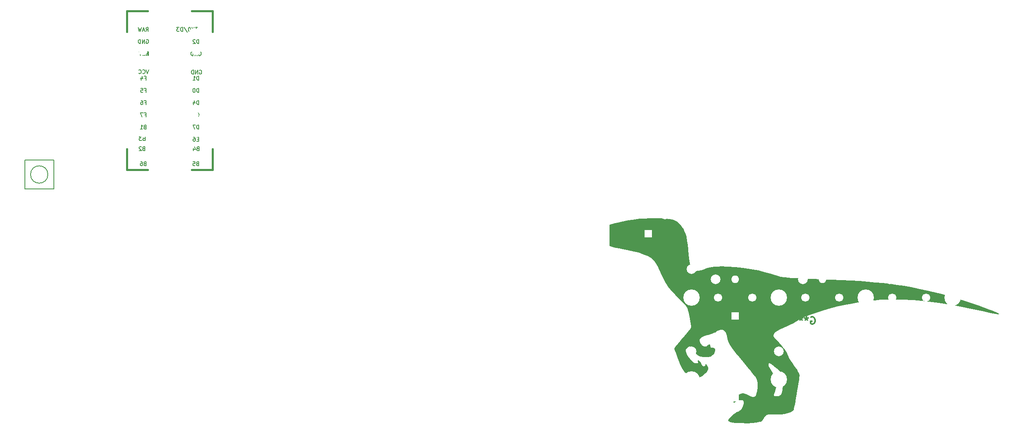
<source format=gbo>
G04 #@! TF.GenerationSoftware,KiCad,Pcbnew,7.0.1*
G04 #@! TF.CreationDate,2023-04-06T13:44:27+02:00*
G04 #@! TF.ProjectId,t-rex,742d7265-782e-46b6-9963-61645f706362,rev?*
G04 #@! TF.SameCoordinates,Original*
G04 #@! TF.FileFunction,Legend,Bot*
G04 #@! TF.FilePolarity,Positive*
%FSLAX46Y46*%
G04 Gerber Fmt 4.6, Leading zero omitted, Abs format (unit mm)*
G04 Created by KiCad (PCBNEW 7.0.1) date 2023-04-06 13:44:27*
%MOMM*%
%LPD*%
G01*
G04 APERTURE LIST*
%ADD10C,0.300000*%
%ADD11C,0.150000*%
%ADD12C,0.381000*%
%ADD13R,1.752600X1.752600*%
%ADD14C,1.752600*%
%ADD15R,1.600000X1.600000*%
%ADD16O,1.600000X1.600000*%
%ADD17C,1.700000*%
%ADD18C,3.400000*%
%ADD19C,2.000000*%
%ADD20R,1.700000X1.700000*%
%ADD21O,1.700000X1.700000*%
%ADD22C,4.400000*%
G04 APERTURE END LIST*
D10*
X212121427Y-89990357D02*
X212264285Y-89918928D01*
X212264285Y-89918928D02*
X212478570Y-89918928D01*
X212478570Y-89918928D02*
X212692856Y-89990357D01*
X212692856Y-89990357D02*
X212835713Y-90133214D01*
X212835713Y-90133214D02*
X212907142Y-90276071D01*
X212907142Y-90276071D02*
X212978570Y-90561785D01*
X212978570Y-90561785D02*
X212978570Y-90776071D01*
X212978570Y-90776071D02*
X212907142Y-91061785D01*
X212907142Y-91061785D02*
X212835713Y-91204642D01*
X212835713Y-91204642D02*
X212692856Y-91347500D01*
X212692856Y-91347500D02*
X212478570Y-91418928D01*
X212478570Y-91418928D02*
X212335713Y-91418928D01*
X212335713Y-91418928D02*
X212121427Y-91347500D01*
X212121427Y-91347500D02*
X212049999Y-91276071D01*
X212049999Y-91276071D02*
X212049999Y-90776071D01*
X212049999Y-90776071D02*
X212335713Y-90776071D01*
X211192856Y-89918928D02*
X211192856Y-90276071D01*
X211549999Y-90133214D02*
X211192856Y-90276071D01*
X211192856Y-90276071D02*
X210835713Y-90133214D01*
X211407142Y-90561785D02*
X211192856Y-90276071D01*
X211192856Y-90276071D02*
X210978570Y-90561785D01*
X210049999Y-89918928D02*
X210049999Y-90276071D01*
X210407142Y-90133214D02*
X210049999Y-90276071D01*
X210049999Y-90276071D02*
X209692856Y-90133214D01*
X210264285Y-90561785D02*
X210049999Y-90276071D01*
X210049999Y-90276071D02*
X209835713Y-90561785D01*
X208907142Y-89918928D02*
X208907142Y-90276071D01*
X209264285Y-90133214D02*
X208907142Y-90276071D01*
X208907142Y-90276071D02*
X208549999Y-90133214D01*
X209121428Y-90561785D02*
X208907142Y-90276071D01*
X208907142Y-90276071D02*
X208692856Y-90561785D01*
D11*
X85112054Y-43186845D02*
X85112054Y-42386845D01*
X85112054Y-42386845D02*
X84921578Y-42386845D01*
X84921578Y-42386845D02*
X84807292Y-42424940D01*
X84807292Y-42424940D02*
X84731102Y-42501130D01*
X84731102Y-42501130D02*
X84693007Y-42577321D01*
X84693007Y-42577321D02*
X84654911Y-42729702D01*
X84654911Y-42729702D02*
X84654911Y-42843988D01*
X84654911Y-42843988D02*
X84693007Y-42996369D01*
X84693007Y-42996369D02*
X84731102Y-43072559D01*
X84731102Y-43072559D02*
X84807292Y-43148750D01*
X84807292Y-43148750D02*
X84921578Y-43186845D01*
X84921578Y-43186845D02*
X85112054Y-43186845D01*
X84159673Y-42386845D02*
X84083483Y-42386845D01*
X84083483Y-42386845D02*
X84007292Y-42424940D01*
X84007292Y-42424940D02*
X83969197Y-42463035D01*
X83969197Y-42463035D02*
X83931102Y-42539226D01*
X83931102Y-42539226D02*
X83893007Y-42691607D01*
X83893007Y-42691607D02*
X83893007Y-42882083D01*
X83893007Y-42882083D02*
X83931102Y-43034464D01*
X83931102Y-43034464D02*
X83969197Y-43110654D01*
X83969197Y-43110654D02*
X84007292Y-43148750D01*
X84007292Y-43148750D02*
X84083483Y-43186845D01*
X84083483Y-43186845D02*
X84159673Y-43186845D01*
X84159673Y-43186845D02*
X84235864Y-43148750D01*
X84235864Y-43148750D02*
X84273959Y-43110654D01*
X84273959Y-43110654D02*
X84312054Y-43034464D01*
X84312054Y-43034464D02*
X84350150Y-42882083D01*
X84350150Y-42882083D02*
X84350150Y-42691607D01*
X84350150Y-42691607D02*
X84312054Y-42539226D01*
X84312054Y-42539226D02*
X84273959Y-42463035D01*
X84273959Y-42463035D02*
X84235864Y-42424940D01*
X84235864Y-42424940D02*
X84159673Y-42386845D01*
X74704345Y-38520495D02*
X74437678Y-39320495D01*
X74437678Y-39320495D02*
X74171012Y-38520495D01*
X73447202Y-39244304D02*
X73485298Y-39282400D01*
X73485298Y-39282400D02*
X73599583Y-39320495D01*
X73599583Y-39320495D02*
X73675774Y-39320495D01*
X73675774Y-39320495D02*
X73790060Y-39282400D01*
X73790060Y-39282400D02*
X73866250Y-39206209D01*
X73866250Y-39206209D02*
X73904345Y-39130019D01*
X73904345Y-39130019D02*
X73942441Y-38977638D01*
X73942441Y-38977638D02*
X73942441Y-38863352D01*
X73942441Y-38863352D02*
X73904345Y-38710971D01*
X73904345Y-38710971D02*
X73866250Y-38634780D01*
X73866250Y-38634780D02*
X73790060Y-38558590D01*
X73790060Y-38558590D02*
X73675774Y-38520495D01*
X73675774Y-38520495D02*
X73599583Y-38520495D01*
X73599583Y-38520495D02*
X73485298Y-38558590D01*
X73485298Y-38558590D02*
X73447202Y-38596685D01*
X72647202Y-39244304D02*
X72685298Y-39282400D01*
X72685298Y-39282400D02*
X72799583Y-39320495D01*
X72799583Y-39320495D02*
X72875774Y-39320495D01*
X72875774Y-39320495D02*
X72990060Y-39282400D01*
X72990060Y-39282400D02*
X73066250Y-39206209D01*
X73066250Y-39206209D02*
X73104345Y-39130019D01*
X73104345Y-39130019D02*
X73142441Y-38977638D01*
X73142441Y-38977638D02*
X73142441Y-38863352D01*
X73142441Y-38863352D02*
X73104345Y-38710971D01*
X73104345Y-38710971D02*
X73066250Y-38634780D01*
X73066250Y-38634780D02*
X72990060Y-38558590D01*
X72990060Y-38558590D02*
X72875774Y-38520495D01*
X72875774Y-38520495D02*
X72799583Y-38520495D01*
X72799583Y-38520495D02*
X72685298Y-38558590D01*
X72685298Y-38558590D02*
X72647202Y-38596685D01*
X73923388Y-58007797D02*
X73809102Y-58045892D01*
X73809102Y-58045892D02*
X73771007Y-58083988D01*
X73771007Y-58083988D02*
X73732911Y-58160178D01*
X73732911Y-58160178D02*
X73732911Y-58274464D01*
X73732911Y-58274464D02*
X73771007Y-58350654D01*
X73771007Y-58350654D02*
X73809102Y-58388750D01*
X73809102Y-58388750D02*
X73885292Y-58426845D01*
X73885292Y-58426845D02*
X74190054Y-58426845D01*
X74190054Y-58426845D02*
X74190054Y-57626845D01*
X74190054Y-57626845D02*
X73923388Y-57626845D01*
X73923388Y-57626845D02*
X73847197Y-57664940D01*
X73847197Y-57664940D02*
X73809102Y-57703035D01*
X73809102Y-57703035D02*
X73771007Y-57779226D01*
X73771007Y-57779226D02*
X73771007Y-57855416D01*
X73771007Y-57855416D02*
X73809102Y-57931607D01*
X73809102Y-57931607D02*
X73847197Y-57969702D01*
X73847197Y-57969702D02*
X73923388Y-58007797D01*
X73923388Y-58007797D02*
X74190054Y-58007797D01*
X73047197Y-57626845D02*
X73199578Y-57626845D01*
X73199578Y-57626845D02*
X73275769Y-57664940D01*
X73275769Y-57664940D02*
X73313864Y-57703035D01*
X73313864Y-57703035D02*
X73390054Y-57817321D01*
X73390054Y-57817321D02*
X73428150Y-57969702D01*
X73428150Y-57969702D02*
X73428150Y-58274464D01*
X73428150Y-58274464D02*
X73390054Y-58350654D01*
X73390054Y-58350654D02*
X73351959Y-58388750D01*
X73351959Y-58388750D02*
X73275769Y-58426845D01*
X73275769Y-58426845D02*
X73123388Y-58426845D01*
X73123388Y-58426845D02*
X73047197Y-58388750D01*
X73047197Y-58388750D02*
X73009102Y-58350654D01*
X73009102Y-58350654D02*
X72971007Y-58274464D01*
X72971007Y-58274464D02*
X72971007Y-58083988D01*
X72971007Y-58083988D02*
X73009102Y-58007797D01*
X73009102Y-58007797D02*
X73047197Y-57969702D01*
X73047197Y-57969702D02*
X73123388Y-57931607D01*
X73123388Y-57931607D02*
X73275769Y-57931607D01*
X73275769Y-57931607D02*
X73351959Y-57969702D01*
X73351959Y-57969702D02*
X73390054Y-58007797D01*
X73390054Y-58007797D02*
X73428150Y-58083988D01*
X84883488Y-54903447D02*
X84769202Y-54941542D01*
X84769202Y-54941542D02*
X84731107Y-54979638D01*
X84731107Y-54979638D02*
X84693011Y-55055828D01*
X84693011Y-55055828D02*
X84693011Y-55170114D01*
X84693011Y-55170114D02*
X84731107Y-55246304D01*
X84731107Y-55246304D02*
X84769202Y-55284400D01*
X84769202Y-55284400D02*
X84845392Y-55322495D01*
X84845392Y-55322495D02*
X85150154Y-55322495D01*
X85150154Y-55322495D02*
X85150154Y-54522495D01*
X85150154Y-54522495D02*
X84883488Y-54522495D01*
X84883488Y-54522495D02*
X84807297Y-54560590D01*
X84807297Y-54560590D02*
X84769202Y-54598685D01*
X84769202Y-54598685D02*
X84731107Y-54674876D01*
X84731107Y-54674876D02*
X84731107Y-54751066D01*
X84731107Y-54751066D02*
X84769202Y-54827257D01*
X84769202Y-54827257D02*
X84807297Y-54865352D01*
X84807297Y-54865352D02*
X84883488Y-54903447D01*
X84883488Y-54903447D02*
X85150154Y-54903447D01*
X84007297Y-54789161D02*
X84007297Y-55322495D01*
X84197773Y-54484400D02*
X84388250Y-55055828D01*
X84388250Y-55055828D02*
X83893011Y-55055828D01*
X73860792Y-35498750D02*
X73746506Y-35536845D01*
X73746506Y-35536845D02*
X73556030Y-35536845D01*
X73556030Y-35536845D02*
X73479839Y-35498750D01*
X73479839Y-35498750D02*
X73441744Y-35460654D01*
X73441744Y-35460654D02*
X73403649Y-35384464D01*
X73403649Y-35384464D02*
X73403649Y-35308273D01*
X73403649Y-35308273D02*
X73441744Y-35232083D01*
X73441744Y-35232083D02*
X73479839Y-35193988D01*
X73479839Y-35193988D02*
X73556030Y-35155892D01*
X73556030Y-35155892D02*
X73708411Y-35117797D01*
X73708411Y-35117797D02*
X73784601Y-35079702D01*
X73784601Y-35079702D02*
X73822696Y-35041607D01*
X73822696Y-35041607D02*
X73860792Y-34965416D01*
X73860792Y-34965416D02*
X73860792Y-34889226D01*
X73860792Y-34889226D02*
X73822696Y-34813035D01*
X73822696Y-34813035D02*
X73784601Y-34774940D01*
X73784601Y-34774940D02*
X73708411Y-34736845D01*
X73708411Y-34736845D02*
X73517934Y-34736845D01*
X73517934Y-34736845D02*
X73403649Y-34774940D01*
X73175077Y-34736845D02*
X72717934Y-34736845D01*
X72946506Y-35536845D02*
X72946506Y-34736845D01*
X73866245Y-40227797D02*
X74132911Y-40227797D01*
X74132911Y-40646845D02*
X74132911Y-39846845D01*
X74132911Y-39846845D02*
X73751959Y-39846845D01*
X73104340Y-40113511D02*
X73104340Y-40646845D01*
X73294816Y-39808750D02*
X73485293Y-40380178D01*
X73485293Y-40380178D02*
X72990054Y-40380178D01*
X84845388Y-58007797D02*
X84731102Y-58045892D01*
X84731102Y-58045892D02*
X84693007Y-58083988D01*
X84693007Y-58083988D02*
X84654911Y-58160178D01*
X84654911Y-58160178D02*
X84654911Y-58274464D01*
X84654911Y-58274464D02*
X84693007Y-58350654D01*
X84693007Y-58350654D02*
X84731102Y-58388750D01*
X84731102Y-58388750D02*
X84807292Y-58426845D01*
X84807292Y-58426845D02*
X85112054Y-58426845D01*
X85112054Y-58426845D02*
X85112054Y-57626845D01*
X85112054Y-57626845D02*
X84845388Y-57626845D01*
X84845388Y-57626845D02*
X84769197Y-57664940D01*
X84769197Y-57664940D02*
X84731102Y-57703035D01*
X84731102Y-57703035D02*
X84693007Y-57779226D01*
X84693007Y-57779226D02*
X84693007Y-57855416D01*
X84693007Y-57855416D02*
X84731102Y-57931607D01*
X84731102Y-57931607D02*
X84769197Y-57969702D01*
X84769197Y-57969702D02*
X84845388Y-58007797D01*
X84845388Y-58007797D02*
X85112054Y-58007797D01*
X83931102Y-57626845D02*
X84312054Y-57626845D01*
X84312054Y-57626845D02*
X84350150Y-58007797D01*
X84350150Y-58007797D02*
X84312054Y-57969702D01*
X84312054Y-57969702D02*
X84235864Y-57931607D01*
X84235864Y-57931607D02*
X84045388Y-57931607D01*
X84045388Y-57931607D02*
X83969197Y-57969702D01*
X83969197Y-57969702D02*
X83931102Y-58007797D01*
X83931102Y-58007797D02*
X83893007Y-58083988D01*
X83893007Y-58083988D02*
X83893007Y-58274464D01*
X83893007Y-58274464D02*
X83931102Y-58350654D01*
X83931102Y-58350654D02*
X83969197Y-58388750D01*
X83969197Y-58388750D02*
X84045388Y-58426845D01*
X84045388Y-58426845D02*
X84235864Y-58426845D01*
X84235864Y-58426845D02*
X84312054Y-58388750D01*
X84312054Y-58388750D02*
X84350150Y-58350654D01*
X85131102Y-34804940D02*
X85207292Y-34766845D01*
X85207292Y-34766845D02*
X85321578Y-34766845D01*
X85321578Y-34766845D02*
X85435864Y-34804940D01*
X85435864Y-34804940D02*
X85512054Y-34881130D01*
X85512054Y-34881130D02*
X85550149Y-34957321D01*
X85550149Y-34957321D02*
X85588245Y-35109702D01*
X85588245Y-35109702D02*
X85588245Y-35223988D01*
X85588245Y-35223988D02*
X85550149Y-35376369D01*
X85550149Y-35376369D02*
X85512054Y-35452559D01*
X85512054Y-35452559D02*
X85435864Y-35528750D01*
X85435864Y-35528750D02*
X85321578Y-35566845D01*
X85321578Y-35566845D02*
X85245387Y-35566845D01*
X85245387Y-35566845D02*
X85131102Y-35528750D01*
X85131102Y-35528750D02*
X85093006Y-35490654D01*
X85093006Y-35490654D02*
X85093006Y-35223988D01*
X85093006Y-35223988D02*
X85245387Y-35223988D01*
X84750149Y-35566845D02*
X84750149Y-34766845D01*
X84750149Y-34766845D02*
X84293006Y-35566845D01*
X84293006Y-35566845D02*
X84293006Y-34766845D01*
X83912054Y-35566845D02*
X83912054Y-34766845D01*
X83912054Y-34766845D02*
X83721578Y-34766845D01*
X83721578Y-34766845D02*
X83607292Y-34804940D01*
X83607292Y-34804940D02*
X83531102Y-34881130D01*
X83531102Y-34881130D02*
X83493007Y-34957321D01*
X83493007Y-34957321D02*
X83454911Y-35109702D01*
X83454911Y-35109702D02*
X83454911Y-35223988D01*
X83454911Y-35223988D02*
X83493007Y-35376369D01*
X83493007Y-35376369D02*
X83531102Y-35452559D01*
X83531102Y-35452559D02*
X83607292Y-35528750D01*
X83607292Y-35528750D02*
X83721578Y-35566845D01*
X83721578Y-35566845D02*
X83912054Y-35566845D01*
X85250102Y-38644940D02*
X85326292Y-38606845D01*
X85326292Y-38606845D02*
X85440578Y-38606845D01*
X85440578Y-38606845D02*
X85554864Y-38644940D01*
X85554864Y-38644940D02*
X85631054Y-38721130D01*
X85631054Y-38721130D02*
X85669149Y-38797321D01*
X85669149Y-38797321D02*
X85707245Y-38949702D01*
X85707245Y-38949702D02*
X85707245Y-39063988D01*
X85707245Y-39063988D02*
X85669149Y-39216369D01*
X85669149Y-39216369D02*
X85631054Y-39292559D01*
X85631054Y-39292559D02*
X85554864Y-39368750D01*
X85554864Y-39368750D02*
X85440578Y-39406845D01*
X85440578Y-39406845D02*
X85364387Y-39406845D01*
X85364387Y-39406845D02*
X85250102Y-39368750D01*
X85250102Y-39368750D02*
X85212006Y-39330654D01*
X85212006Y-39330654D02*
X85212006Y-39063988D01*
X85212006Y-39063988D02*
X85364387Y-39063988D01*
X84869149Y-39406845D02*
X84869149Y-38606845D01*
X84869149Y-38606845D02*
X84412006Y-39406845D01*
X84412006Y-39406845D02*
X84412006Y-38606845D01*
X84031054Y-39406845D02*
X84031054Y-38606845D01*
X84031054Y-38606845D02*
X83840578Y-38606845D01*
X83840578Y-38606845D02*
X83726292Y-38644940D01*
X83726292Y-38644940D02*
X83650102Y-38721130D01*
X83650102Y-38721130D02*
X83612007Y-38797321D01*
X83612007Y-38797321D02*
X83573911Y-38949702D01*
X83573911Y-38949702D02*
X83573911Y-39063988D01*
X83573911Y-39063988D02*
X83612007Y-39216369D01*
X83612007Y-39216369D02*
X83650102Y-39292559D01*
X83650102Y-39292559D02*
X83726292Y-39368750D01*
X83726292Y-39368750D02*
X83840578Y-39406845D01*
X83840578Y-39406845D02*
X84031054Y-39406845D01*
X73866245Y-45307797D02*
X74132911Y-45307797D01*
X74132911Y-45726845D02*
X74132911Y-44926845D01*
X74132911Y-44926845D02*
X73751959Y-44926845D01*
X73104340Y-44926845D02*
X73256721Y-44926845D01*
X73256721Y-44926845D02*
X73332912Y-44964940D01*
X73332912Y-44964940D02*
X73371007Y-45003035D01*
X73371007Y-45003035D02*
X73447197Y-45117321D01*
X73447197Y-45117321D02*
X73485293Y-45269702D01*
X73485293Y-45269702D02*
X73485293Y-45574464D01*
X73485293Y-45574464D02*
X73447197Y-45650654D01*
X73447197Y-45650654D02*
X73409102Y-45688750D01*
X73409102Y-45688750D02*
X73332912Y-45726845D01*
X73332912Y-45726845D02*
X73180531Y-45726845D01*
X73180531Y-45726845D02*
X73104340Y-45688750D01*
X73104340Y-45688750D02*
X73066245Y-45650654D01*
X73066245Y-45650654D02*
X73028150Y-45574464D01*
X73028150Y-45574464D02*
X73028150Y-45383988D01*
X73028150Y-45383988D02*
X73066245Y-45307797D01*
X73066245Y-45307797D02*
X73104340Y-45269702D01*
X73104340Y-45269702D02*
X73180531Y-45231607D01*
X73180531Y-45231607D02*
X73332912Y-45231607D01*
X73332912Y-45231607D02*
X73409102Y-45269702D01*
X73409102Y-45269702D02*
X73447197Y-45307797D01*
X73447197Y-45307797D02*
X73485293Y-45383988D01*
X73656688Y-54903447D02*
X73542402Y-54941542D01*
X73542402Y-54941542D02*
X73504307Y-54979638D01*
X73504307Y-54979638D02*
X73466211Y-55055828D01*
X73466211Y-55055828D02*
X73466211Y-55170114D01*
X73466211Y-55170114D02*
X73504307Y-55246304D01*
X73504307Y-55246304D02*
X73542402Y-55284400D01*
X73542402Y-55284400D02*
X73618592Y-55322495D01*
X73618592Y-55322495D02*
X73923354Y-55322495D01*
X73923354Y-55322495D02*
X73923354Y-54522495D01*
X73923354Y-54522495D02*
X73656688Y-54522495D01*
X73656688Y-54522495D02*
X73580497Y-54560590D01*
X73580497Y-54560590D02*
X73542402Y-54598685D01*
X73542402Y-54598685D02*
X73504307Y-54674876D01*
X73504307Y-54674876D02*
X73504307Y-54751066D01*
X73504307Y-54751066D02*
X73542402Y-54827257D01*
X73542402Y-54827257D02*
X73580497Y-54865352D01*
X73580497Y-54865352D02*
X73656688Y-54903447D01*
X73656688Y-54903447D02*
X73923354Y-54903447D01*
X73161450Y-54598685D02*
X73123354Y-54560590D01*
X73123354Y-54560590D02*
X73047164Y-54522495D01*
X73047164Y-54522495D02*
X72856688Y-54522495D01*
X72856688Y-54522495D02*
X72780497Y-54560590D01*
X72780497Y-54560590D02*
X72742402Y-54598685D01*
X72742402Y-54598685D02*
X72704307Y-54674876D01*
X72704307Y-54674876D02*
X72704307Y-54751066D01*
X72704307Y-54751066D02*
X72742402Y-54865352D01*
X72742402Y-54865352D02*
X73199545Y-55322495D01*
X73199545Y-55322495D02*
X72704307Y-55322495D01*
X85112054Y-33026845D02*
X85112054Y-32226845D01*
X85112054Y-32226845D02*
X84921578Y-32226845D01*
X84921578Y-32226845D02*
X84807292Y-32264940D01*
X84807292Y-32264940D02*
X84731102Y-32341130D01*
X84731102Y-32341130D02*
X84693007Y-32417321D01*
X84693007Y-32417321D02*
X84654911Y-32569702D01*
X84654911Y-32569702D02*
X84654911Y-32683988D01*
X84654911Y-32683988D02*
X84693007Y-32836369D01*
X84693007Y-32836369D02*
X84731102Y-32912559D01*
X84731102Y-32912559D02*
X84807292Y-32988750D01*
X84807292Y-32988750D02*
X84921578Y-33026845D01*
X84921578Y-33026845D02*
X85112054Y-33026845D01*
X84350150Y-32303035D02*
X84312054Y-32264940D01*
X84312054Y-32264940D02*
X84235864Y-32226845D01*
X84235864Y-32226845D02*
X84045388Y-32226845D01*
X84045388Y-32226845D02*
X83969197Y-32264940D01*
X83969197Y-32264940D02*
X83931102Y-32303035D01*
X83931102Y-32303035D02*
X83893007Y-32379226D01*
X83893007Y-32379226D02*
X83893007Y-32455416D01*
X83893007Y-32455416D02*
X83931102Y-32569702D01*
X83931102Y-32569702D02*
X84388245Y-33026845D01*
X84388245Y-33026845D02*
X83893007Y-33026845D01*
X74151959Y-30486845D02*
X74418626Y-30105892D01*
X74609102Y-30486845D02*
X74609102Y-29686845D01*
X74609102Y-29686845D02*
X74304340Y-29686845D01*
X74304340Y-29686845D02*
X74228150Y-29724940D01*
X74228150Y-29724940D02*
X74190055Y-29763035D01*
X74190055Y-29763035D02*
X74151959Y-29839226D01*
X74151959Y-29839226D02*
X74151959Y-29953511D01*
X74151959Y-29953511D02*
X74190055Y-30029702D01*
X74190055Y-30029702D02*
X74228150Y-30067797D01*
X74228150Y-30067797D02*
X74304340Y-30105892D01*
X74304340Y-30105892D02*
X74609102Y-30105892D01*
X73847198Y-30258273D02*
X73466245Y-30258273D01*
X73923388Y-30486845D02*
X73656721Y-29686845D01*
X73656721Y-29686845D02*
X73390055Y-30486845D01*
X73199579Y-29686845D02*
X73009103Y-30486845D01*
X73009103Y-30486845D02*
X72856722Y-29915416D01*
X72856722Y-29915416D02*
X72704341Y-30486845D01*
X72704341Y-30486845D02*
X72513865Y-29686845D01*
X73707488Y-52820647D02*
X73593202Y-52858742D01*
X73593202Y-52858742D02*
X73555107Y-52896838D01*
X73555107Y-52896838D02*
X73517011Y-52973028D01*
X73517011Y-52973028D02*
X73517011Y-53087314D01*
X73517011Y-53087314D02*
X73555107Y-53163504D01*
X73555107Y-53163504D02*
X73593202Y-53201600D01*
X73593202Y-53201600D02*
X73669392Y-53239695D01*
X73669392Y-53239695D02*
X73974154Y-53239695D01*
X73974154Y-53239695D02*
X73974154Y-52439695D01*
X73974154Y-52439695D02*
X73707488Y-52439695D01*
X73707488Y-52439695D02*
X73631297Y-52477790D01*
X73631297Y-52477790D02*
X73593202Y-52515885D01*
X73593202Y-52515885D02*
X73555107Y-52592076D01*
X73555107Y-52592076D02*
X73555107Y-52668266D01*
X73555107Y-52668266D02*
X73593202Y-52744457D01*
X73593202Y-52744457D02*
X73631297Y-52782552D01*
X73631297Y-52782552D02*
X73707488Y-52820647D01*
X73707488Y-52820647D02*
X73974154Y-52820647D01*
X73250345Y-52439695D02*
X72755107Y-52439695D01*
X72755107Y-52439695D02*
X73021773Y-52744457D01*
X73021773Y-52744457D02*
X72907488Y-52744457D01*
X72907488Y-52744457D02*
X72831297Y-52782552D01*
X72831297Y-52782552D02*
X72793202Y-52820647D01*
X72793202Y-52820647D02*
X72755107Y-52896838D01*
X72755107Y-52896838D02*
X72755107Y-53087314D01*
X72755107Y-53087314D02*
X72793202Y-53163504D01*
X72793202Y-53163504D02*
X72831297Y-53201600D01*
X72831297Y-53201600D02*
X72907488Y-53239695D01*
X72907488Y-53239695D02*
X73136059Y-53239695D01*
X73136059Y-53239695D02*
X73212250Y-53201600D01*
X73212250Y-53201600D02*
X73250345Y-53163504D01*
X85073959Y-52927797D02*
X84807293Y-52927797D01*
X84693007Y-53346845D02*
X85073959Y-53346845D01*
X85073959Y-53346845D02*
X85073959Y-52546845D01*
X85073959Y-52546845D02*
X84693007Y-52546845D01*
X84007292Y-52546845D02*
X84159673Y-52546845D01*
X84159673Y-52546845D02*
X84235864Y-52584940D01*
X84235864Y-52584940D02*
X84273959Y-52623035D01*
X84273959Y-52623035D02*
X84350149Y-52737321D01*
X84350149Y-52737321D02*
X84388245Y-52889702D01*
X84388245Y-52889702D02*
X84388245Y-53194464D01*
X84388245Y-53194464D02*
X84350149Y-53270654D01*
X84350149Y-53270654D02*
X84312054Y-53308750D01*
X84312054Y-53308750D02*
X84235864Y-53346845D01*
X84235864Y-53346845D02*
X84083483Y-53346845D01*
X84083483Y-53346845D02*
X84007292Y-53308750D01*
X84007292Y-53308750D02*
X83969197Y-53270654D01*
X83969197Y-53270654D02*
X83931102Y-53194464D01*
X83931102Y-53194464D02*
X83931102Y-53003988D01*
X83931102Y-53003988D02*
X83969197Y-52927797D01*
X83969197Y-52927797D02*
X84007292Y-52889702D01*
X84007292Y-52889702D02*
X84083483Y-52851607D01*
X84083483Y-52851607D02*
X84235864Y-52851607D01*
X84235864Y-52851607D02*
X84312054Y-52889702D01*
X84312054Y-52889702D02*
X84350149Y-52927797D01*
X84350149Y-52927797D02*
X84388245Y-53003988D01*
X85112054Y-50806845D02*
X85112054Y-50006845D01*
X85112054Y-50006845D02*
X84921578Y-50006845D01*
X84921578Y-50006845D02*
X84807292Y-50044940D01*
X84807292Y-50044940D02*
X84731102Y-50121130D01*
X84731102Y-50121130D02*
X84693007Y-50197321D01*
X84693007Y-50197321D02*
X84654911Y-50349702D01*
X84654911Y-50349702D02*
X84654911Y-50463988D01*
X84654911Y-50463988D02*
X84693007Y-50616369D01*
X84693007Y-50616369D02*
X84731102Y-50692559D01*
X84731102Y-50692559D02*
X84807292Y-50768750D01*
X84807292Y-50768750D02*
X84921578Y-50806845D01*
X84921578Y-50806845D02*
X85112054Y-50806845D01*
X84388245Y-50006845D02*
X83854911Y-50006845D01*
X83854911Y-50006845D02*
X84197769Y-50806845D01*
X84654911Y-48190654D02*
X84693007Y-48228750D01*
X84693007Y-48228750D02*
X84807292Y-48266845D01*
X84807292Y-48266845D02*
X84883483Y-48266845D01*
X84883483Y-48266845D02*
X84997769Y-48228750D01*
X84997769Y-48228750D02*
X85073959Y-48152559D01*
X85073959Y-48152559D02*
X85112054Y-48076369D01*
X85112054Y-48076369D02*
X85150150Y-47923988D01*
X85150150Y-47923988D02*
X85150150Y-47809702D01*
X85150150Y-47809702D02*
X85112054Y-47657321D01*
X85112054Y-47657321D02*
X85073959Y-47581130D01*
X85073959Y-47581130D02*
X84997769Y-47504940D01*
X84997769Y-47504940D02*
X84883483Y-47466845D01*
X84883483Y-47466845D02*
X84807292Y-47466845D01*
X84807292Y-47466845D02*
X84693007Y-47504940D01*
X84693007Y-47504940D02*
X84654911Y-47543035D01*
X83969197Y-47466845D02*
X84121578Y-47466845D01*
X84121578Y-47466845D02*
X84197769Y-47504940D01*
X84197769Y-47504940D02*
X84235864Y-47543035D01*
X84235864Y-47543035D02*
X84312054Y-47657321D01*
X84312054Y-47657321D02*
X84350150Y-47809702D01*
X84350150Y-47809702D02*
X84350150Y-48114464D01*
X84350150Y-48114464D02*
X84312054Y-48190654D01*
X84312054Y-48190654D02*
X84273959Y-48228750D01*
X84273959Y-48228750D02*
X84197769Y-48266845D01*
X84197769Y-48266845D02*
X84045388Y-48266845D01*
X84045388Y-48266845D02*
X83969197Y-48228750D01*
X83969197Y-48228750D02*
X83931102Y-48190654D01*
X83931102Y-48190654D02*
X83893007Y-48114464D01*
X83893007Y-48114464D02*
X83893007Y-47923988D01*
X83893007Y-47923988D02*
X83931102Y-47847797D01*
X83931102Y-47847797D02*
X83969197Y-47809702D01*
X83969197Y-47809702D02*
X84045388Y-47771607D01*
X84045388Y-47771607D02*
X84197769Y-47771607D01*
X84197769Y-47771607D02*
X84273959Y-47809702D01*
X84273959Y-47809702D02*
X84312054Y-47847797D01*
X84312054Y-47847797D02*
X84350150Y-47923988D01*
X84822927Y-29686845D02*
X84365784Y-29686845D01*
X84594356Y-30486845D02*
X84594356Y-29686845D01*
X84175308Y-29686845D02*
X83641974Y-30486845D01*
X83641974Y-29686845D02*
X84175308Y-30486845D01*
X83184831Y-29686845D02*
X83108641Y-29686845D01*
X83108641Y-29686845D02*
X83032450Y-29724940D01*
X83032450Y-29724940D02*
X82994355Y-29763035D01*
X82994355Y-29763035D02*
X82956260Y-29839226D01*
X82956260Y-29839226D02*
X82918165Y-29991607D01*
X82918165Y-29991607D02*
X82918165Y-30182083D01*
X82918165Y-30182083D02*
X82956260Y-30334464D01*
X82956260Y-30334464D02*
X82994355Y-30410654D01*
X82994355Y-30410654D02*
X83032450Y-30448750D01*
X83032450Y-30448750D02*
X83108641Y-30486845D01*
X83108641Y-30486845D02*
X83184831Y-30486845D01*
X83184831Y-30486845D02*
X83261022Y-30448750D01*
X83261022Y-30448750D02*
X83299117Y-30410654D01*
X83299117Y-30410654D02*
X83337212Y-30334464D01*
X83337212Y-30334464D02*
X83375308Y-30182083D01*
X83375308Y-30182083D02*
X83375308Y-29991607D01*
X83375308Y-29991607D02*
X83337212Y-29839226D01*
X83337212Y-29839226D02*
X83299117Y-29763035D01*
X83299117Y-29763035D02*
X83261022Y-29724940D01*
X83261022Y-29724940D02*
X83184831Y-29686845D01*
X82003879Y-29648750D02*
X82689593Y-30677321D01*
X81737212Y-30486845D02*
X81737212Y-29686845D01*
X81737212Y-29686845D02*
X81546736Y-29686845D01*
X81546736Y-29686845D02*
X81432450Y-29724940D01*
X81432450Y-29724940D02*
X81356260Y-29801130D01*
X81356260Y-29801130D02*
X81318165Y-29877321D01*
X81318165Y-29877321D02*
X81280069Y-30029702D01*
X81280069Y-30029702D02*
X81280069Y-30143988D01*
X81280069Y-30143988D02*
X81318165Y-30296369D01*
X81318165Y-30296369D02*
X81356260Y-30372559D01*
X81356260Y-30372559D02*
X81432450Y-30448750D01*
X81432450Y-30448750D02*
X81546736Y-30486845D01*
X81546736Y-30486845D02*
X81737212Y-30486845D01*
X81013403Y-29686845D02*
X80518165Y-29686845D01*
X80518165Y-29686845D02*
X80784831Y-29991607D01*
X80784831Y-29991607D02*
X80670546Y-29991607D01*
X80670546Y-29991607D02*
X80594355Y-30029702D01*
X80594355Y-30029702D02*
X80556260Y-30067797D01*
X80556260Y-30067797D02*
X80518165Y-30143988D01*
X80518165Y-30143988D02*
X80518165Y-30334464D01*
X80518165Y-30334464D02*
X80556260Y-30410654D01*
X80556260Y-30410654D02*
X80594355Y-30448750D01*
X80594355Y-30448750D02*
X80670546Y-30486845D01*
X80670546Y-30486845D02*
X80899117Y-30486845D01*
X80899117Y-30486845D02*
X80975308Y-30448750D01*
X80975308Y-30448750D02*
X81013403Y-30410654D01*
X73866245Y-42767797D02*
X74132911Y-42767797D01*
X74132911Y-43186845D02*
X74132911Y-42386845D01*
X74132911Y-42386845D02*
X73751959Y-42386845D01*
X73066245Y-42386845D02*
X73447197Y-42386845D01*
X73447197Y-42386845D02*
X73485293Y-42767797D01*
X73485293Y-42767797D02*
X73447197Y-42729702D01*
X73447197Y-42729702D02*
X73371007Y-42691607D01*
X73371007Y-42691607D02*
X73180531Y-42691607D01*
X73180531Y-42691607D02*
X73104340Y-42729702D01*
X73104340Y-42729702D02*
X73066245Y-42767797D01*
X73066245Y-42767797D02*
X73028150Y-42843988D01*
X73028150Y-42843988D02*
X73028150Y-43034464D01*
X73028150Y-43034464D02*
X73066245Y-43110654D01*
X73066245Y-43110654D02*
X73104340Y-43148750D01*
X73104340Y-43148750D02*
X73180531Y-43186845D01*
X73180531Y-43186845D02*
X73371007Y-43186845D01*
X73371007Y-43186845D02*
X73447197Y-43148750D01*
X73447197Y-43148750D02*
X73485293Y-43110654D01*
X85112054Y-40646845D02*
X85112054Y-39846845D01*
X85112054Y-39846845D02*
X84921578Y-39846845D01*
X84921578Y-39846845D02*
X84807292Y-39884940D01*
X84807292Y-39884940D02*
X84731102Y-39961130D01*
X84731102Y-39961130D02*
X84693007Y-40037321D01*
X84693007Y-40037321D02*
X84654911Y-40189702D01*
X84654911Y-40189702D02*
X84654911Y-40303988D01*
X84654911Y-40303988D02*
X84693007Y-40456369D01*
X84693007Y-40456369D02*
X84731102Y-40532559D01*
X84731102Y-40532559D02*
X84807292Y-40608750D01*
X84807292Y-40608750D02*
X84921578Y-40646845D01*
X84921578Y-40646845D02*
X85112054Y-40646845D01*
X83893007Y-40646845D02*
X84350150Y-40646845D01*
X84121578Y-40646845D02*
X84121578Y-39846845D01*
X84121578Y-39846845D02*
X84197769Y-39961130D01*
X84197769Y-39961130D02*
X84273959Y-40037321D01*
X84273959Y-40037321D02*
X84350150Y-40075416D01*
X85112054Y-45726845D02*
X85112054Y-44926845D01*
X85112054Y-44926845D02*
X84921578Y-44926845D01*
X84921578Y-44926845D02*
X84807292Y-44964940D01*
X84807292Y-44964940D02*
X84731102Y-45041130D01*
X84731102Y-45041130D02*
X84693007Y-45117321D01*
X84693007Y-45117321D02*
X84654911Y-45269702D01*
X84654911Y-45269702D02*
X84654911Y-45383988D01*
X84654911Y-45383988D02*
X84693007Y-45536369D01*
X84693007Y-45536369D02*
X84731102Y-45612559D01*
X84731102Y-45612559D02*
X84807292Y-45688750D01*
X84807292Y-45688750D02*
X84921578Y-45726845D01*
X84921578Y-45726845D02*
X85112054Y-45726845D01*
X83969197Y-45193511D02*
X83969197Y-45726845D01*
X84159673Y-44888750D02*
X84350150Y-45460178D01*
X84350150Y-45460178D02*
X83854911Y-45460178D01*
X73866245Y-47847797D02*
X74132911Y-47847797D01*
X74132911Y-48266845D02*
X74132911Y-47466845D01*
X74132911Y-47466845D02*
X73751959Y-47466845D01*
X73523388Y-47466845D02*
X72990054Y-47466845D01*
X72990054Y-47466845D02*
X73332912Y-48266845D01*
X74209102Y-32264940D02*
X74285292Y-32226845D01*
X74285292Y-32226845D02*
X74399578Y-32226845D01*
X74399578Y-32226845D02*
X74513864Y-32264940D01*
X74513864Y-32264940D02*
X74590054Y-32341130D01*
X74590054Y-32341130D02*
X74628149Y-32417321D01*
X74628149Y-32417321D02*
X74666245Y-32569702D01*
X74666245Y-32569702D02*
X74666245Y-32683988D01*
X74666245Y-32683988D02*
X74628149Y-32836369D01*
X74628149Y-32836369D02*
X74590054Y-32912559D01*
X74590054Y-32912559D02*
X74513864Y-32988750D01*
X74513864Y-32988750D02*
X74399578Y-33026845D01*
X74399578Y-33026845D02*
X74323387Y-33026845D01*
X74323387Y-33026845D02*
X74209102Y-32988750D01*
X74209102Y-32988750D02*
X74171006Y-32950654D01*
X74171006Y-32950654D02*
X74171006Y-32683988D01*
X74171006Y-32683988D02*
X74323387Y-32683988D01*
X73828149Y-33026845D02*
X73828149Y-32226845D01*
X73828149Y-32226845D02*
X73371006Y-33026845D01*
X73371006Y-33026845D02*
X73371006Y-32226845D01*
X72990054Y-33026845D02*
X72990054Y-32226845D01*
X72990054Y-32226845D02*
X72799578Y-32226845D01*
X72799578Y-32226845D02*
X72685292Y-32264940D01*
X72685292Y-32264940D02*
X72609102Y-32341130D01*
X72609102Y-32341130D02*
X72571007Y-32417321D01*
X72571007Y-32417321D02*
X72532911Y-32569702D01*
X72532911Y-32569702D02*
X72532911Y-32683988D01*
X72532911Y-32683988D02*
X72571007Y-32836369D01*
X72571007Y-32836369D02*
X72609102Y-32912559D01*
X72609102Y-32912559D02*
X72685292Y-32988750D01*
X72685292Y-32988750D02*
X72799578Y-33026845D01*
X72799578Y-33026845D02*
X72990054Y-33026845D01*
X73923388Y-50387797D02*
X73809102Y-50425892D01*
X73809102Y-50425892D02*
X73771007Y-50463988D01*
X73771007Y-50463988D02*
X73732911Y-50540178D01*
X73732911Y-50540178D02*
X73732911Y-50654464D01*
X73732911Y-50654464D02*
X73771007Y-50730654D01*
X73771007Y-50730654D02*
X73809102Y-50768750D01*
X73809102Y-50768750D02*
X73885292Y-50806845D01*
X73885292Y-50806845D02*
X74190054Y-50806845D01*
X74190054Y-50806845D02*
X74190054Y-50006845D01*
X74190054Y-50006845D02*
X73923388Y-50006845D01*
X73923388Y-50006845D02*
X73847197Y-50044940D01*
X73847197Y-50044940D02*
X73809102Y-50083035D01*
X73809102Y-50083035D02*
X73771007Y-50159226D01*
X73771007Y-50159226D02*
X73771007Y-50235416D01*
X73771007Y-50235416D02*
X73809102Y-50311607D01*
X73809102Y-50311607D02*
X73847197Y-50349702D01*
X73847197Y-50349702D02*
X73923388Y-50387797D01*
X73923388Y-50387797D02*
X74190054Y-50387797D01*
X72971007Y-50806845D02*
X73428150Y-50806845D01*
X73199578Y-50806845D02*
X73199578Y-50006845D01*
X73199578Y-50006845D02*
X73275769Y-50121130D01*
X73275769Y-50121130D02*
X73351959Y-50197321D01*
X73351959Y-50197321D02*
X73428150Y-50235416D01*
G36*
X209530026Y-103889435D02*
G01*
X209446080Y-104436930D01*
X209321458Y-105213331D01*
X209190965Y-105996342D01*
X209059850Y-106756443D01*
X208933362Y-107464116D01*
X208816748Y-108089843D01*
X208715257Y-108604103D01*
X208634138Y-108977379D01*
X208578638Y-109180151D01*
X208529301Y-109273768D01*
X208268430Y-109516433D01*
X207845570Y-109735393D01*
X207289923Y-109923486D01*
X206630691Y-110073548D01*
X205897077Y-110178416D01*
X205118281Y-110230927D01*
X204323506Y-110223918D01*
X203817568Y-110206332D01*
X203343758Y-110222122D01*
X202996463Y-110294055D01*
X202734846Y-110437928D01*
X202518068Y-110669542D01*
X202305293Y-111004694D01*
X202135230Y-111278216D01*
X201948098Y-111530487D01*
X201811156Y-111661704D01*
X201759408Y-111681673D01*
X201518545Y-111739538D01*
X201156909Y-111803765D01*
X200731076Y-111863770D01*
X200558425Y-111885333D01*
X200131808Y-111940150D01*
X199780509Y-111987362D01*
X199567331Y-112018614D01*
X199404527Y-112031910D01*
X199051890Y-112037927D01*
X198579047Y-112033123D01*
X198031789Y-112019022D01*
X197455907Y-111997153D01*
X196897191Y-111969041D01*
X196401432Y-111936211D01*
X196014421Y-111900192D01*
X195878410Y-111882423D01*
X195402126Y-111776274D01*
X195111740Y-111624656D01*
X195013546Y-111430522D01*
X195013646Y-111424153D01*
X195099134Y-111189650D01*
X195318035Y-110887034D01*
X195631654Y-110551336D01*
X196001297Y-110217586D01*
X196388271Y-109920815D01*
X196753882Y-109696054D01*
X197059435Y-109578332D01*
X197170879Y-109543887D01*
X197461036Y-109350969D01*
X197732103Y-109044047D01*
X197964043Y-108666594D01*
X198136823Y-108262081D01*
X198230406Y-107873978D01*
X198224759Y-107545757D01*
X198099846Y-107320888D01*
X197931441Y-107244220D01*
X197597759Y-107217119D01*
X197201494Y-107267733D01*
X196809155Y-107386107D01*
X196487248Y-107562283D01*
X196441300Y-107597082D01*
X196233353Y-107737887D01*
X196122608Y-107759573D01*
X196061864Y-107674604D01*
X196060738Y-107430651D01*
X196202642Y-107108532D01*
X196463417Y-106753013D01*
X196815759Y-106401066D01*
X197232365Y-106089662D01*
X197469828Y-105954549D01*
X197842569Y-105827034D01*
X198225996Y-105824876D01*
X198667168Y-105950885D01*
X199213147Y-106207868D01*
X199689409Y-106442737D01*
X200052606Y-106573927D01*
X200315156Y-106592702D01*
X200510053Y-106501183D01*
X200670289Y-106301490D01*
X200695629Y-106257381D01*
X200856052Y-105855318D01*
X200986230Y-105319425D01*
X201074458Y-104708893D01*
X201109031Y-104082910D01*
X201103817Y-103837350D01*
X201070824Y-103539101D01*
X200997291Y-103243222D01*
X200871380Y-102930598D01*
X200681252Y-102582111D01*
X200415068Y-102178644D01*
X200060988Y-101701082D01*
X199607174Y-101130307D01*
X199041787Y-100447203D01*
X198367279Y-99649553D01*
X203328734Y-99649553D01*
X203341968Y-99879593D01*
X203373507Y-100016774D01*
X203466167Y-100265480D01*
X203624674Y-100587876D01*
X203861575Y-101006995D01*
X204189415Y-101545873D01*
X204620740Y-102227545D01*
X204705595Y-102361075D01*
X204970954Y-102811565D01*
X205133135Y-103186541D01*
X205196083Y-103537983D01*
X205163743Y-103917870D01*
X205040062Y-104378183D01*
X204828986Y-104970901D01*
X204670577Y-105417011D01*
X204546430Y-105814026D01*
X204472604Y-106108880D01*
X204461359Y-106258630D01*
X204496085Y-106310328D01*
X204680261Y-106386534D01*
X205033296Y-106410259D01*
X205073806Y-106409936D01*
X205449025Y-106363029D01*
X205739029Y-106221729D01*
X205956576Y-105964665D01*
X206114429Y-105570463D01*
X206225347Y-105017752D01*
X206302091Y-104285159D01*
X206320870Y-103889435D01*
X206284488Y-103069236D01*
X206150031Y-102328999D01*
X205925197Y-101721109D01*
X205684582Y-101339452D01*
X205264382Y-100841571D01*
X204751066Y-100354955D01*
X204194753Y-99931436D01*
X203854596Y-99713975D01*
X203565609Y-99565563D01*
X203396802Y-99544483D01*
X203328734Y-99649553D01*
X198367279Y-99649553D01*
X198352988Y-99632653D01*
X197990124Y-99204510D01*
X197236454Y-98300053D01*
X196606338Y-97516569D01*
X196088397Y-96836285D01*
X195671249Y-96241429D01*
X195343516Y-95714229D01*
X195093816Y-95236913D01*
X194910768Y-94791708D01*
X194782993Y-94360842D01*
X194699110Y-93926543D01*
X194695380Y-93901811D01*
X194572605Y-93352093D01*
X194387697Y-92971333D01*
X194120488Y-92731410D01*
X193750813Y-92604202D01*
X193572907Y-92584400D01*
X193345132Y-92608971D01*
X193072898Y-92702198D01*
X192715110Y-92878945D01*
X192230677Y-93154077D01*
X192130777Y-93207805D01*
X191744667Y-93373571D01*
X191268629Y-93537266D01*
X190783249Y-93670157D01*
X190537929Y-93730881D01*
X189868188Y-93948328D01*
X189394615Y-94196860D01*
X189114058Y-94478002D01*
X189060067Y-94637140D01*
X189081825Y-94967741D01*
X189219089Y-95345549D01*
X189455513Y-95711515D01*
X189644326Y-95902933D01*
X189994437Y-96081765D01*
X190363163Y-96059420D01*
X190744892Y-95835358D01*
X190956819Y-95672450D01*
X191139852Y-95600566D01*
X191241232Y-95694896D01*
X191288513Y-95961852D01*
X191293469Y-96019054D01*
X191334121Y-96238195D01*
X191440666Y-96325938D01*
X191674103Y-96342502D01*
X191763043Y-96344173D01*
X192074621Y-96395206D01*
X192235529Y-96537005D01*
X192281275Y-96796097D01*
X192265363Y-97020994D01*
X192103799Y-97495778D01*
X191781975Y-97871675D01*
X191317166Y-98137223D01*
X190726647Y-98280960D01*
X190027693Y-98291422D01*
X189766556Y-98261811D01*
X188997083Y-98059437D01*
X188338561Y-97701425D01*
X187807773Y-97198906D01*
X187421503Y-96563010D01*
X187333698Y-96383332D01*
X187180348Y-96138807D01*
X187055655Y-96018348D01*
X186930729Y-96036472D01*
X186714502Y-96168540D01*
X186476535Y-96375778D01*
X186270513Y-96610388D01*
X186150122Y-96824573D01*
X186148660Y-96994002D01*
X186247287Y-97314677D01*
X186437071Y-97712352D01*
X186694568Y-98144545D01*
X186996335Y-98568774D01*
X187318928Y-98942555D01*
X187429470Y-99055362D01*
X187695291Y-99308771D01*
X187896189Y-99451645D01*
X188084309Y-99514782D01*
X188311798Y-99528984D01*
X188462342Y-99527915D01*
X188646519Y-99503930D01*
X188700707Y-99416726D01*
X188673665Y-99225398D01*
X188659422Y-99145057D01*
X188665756Y-98969947D01*
X188770046Y-98921812D01*
X188882349Y-98959767D01*
X189083302Y-99131926D01*
X189275201Y-99387271D01*
X189405010Y-99663823D01*
X189523480Y-99933432D01*
X189711448Y-100147283D01*
X189911567Y-100224937D01*
X190085292Y-100153815D01*
X190194079Y-99921337D01*
X190226994Y-99782840D01*
X190294033Y-99676735D01*
X190399797Y-99723601D01*
X190498715Y-99832126D01*
X190672108Y-100122542D01*
X190808972Y-100458105D01*
X190864542Y-100740834D01*
X190862763Y-100765378D01*
X190764384Y-100988945D01*
X190542572Y-101284074D01*
X190235056Y-101613099D01*
X189879567Y-101938353D01*
X189513837Y-102222171D01*
X189175595Y-102426886D01*
X189131094Y-102448472D01*
X188774285Y-102596371D01*
X188472806Y-102651441D01*
X188125803Y-102633535D01*
X187608930Y-102506691D01*
X187025025Y-102247651D01*
X186468757Y-101897927D01*
X186012703Y-101496570D01*
X185890794Y-101359111D01*
X185726420Y-101150373D01*
X185566256Y-100910228D01*
X185401155Y-100618817D01*
X185221967Y-100256282D01*
X185019544Y-99802766D01*
X184784738Y-99238409D01*
X184508399Y-98543354D01*
X184181379Y-97697742D01*
X183794530Y-96681715D01*
X183781058Y-96641466D01*
X183770529Y-96551481D01*
X183796914Y-96442334D01*
X183873957Y-96294985D01*
X184015400Y-96090392D01*
X184234989Y-95809513D01*
X184546465Y-95433307D01*
X184963573Y-94942734D01*
X185500057Y-94318750D01*
X185917085Y-93834329D01*
X186361693Y-93314227D01*
X186698585Y-92911900D01*
X186941953Y-92607385D01*
X187105986Y-92380719D01*
X187204876Y-92211939D01*
X187252814Y-92081079D01*
X187263989Y-91968178D01*
X187252594Y-91853271D01*
X187087927Y-90784566D01*
X186918316Y-89811438D01*
X186758273Y-89032245D01*
X186608360Y-88449702D01*
X186469139Y-88066522D01*
X186339323Y-87835810D01*
X186058231Y-87455531D01*
X185646561Y-86990357D01*
X185088803Y-86421809D01*
X184699037Y-86036654D01*
X184007622Y-85342693D01*
X183435258Y-84746138D01*
X182962050Y-84220272D01*
X182568102Y-83738379D01*
X182233517Y-83273742D01*
X181938399Y-82799646D01*
X181662853Y-82289373D01*
X181386982Y-81716207D01*
X181090891Y-81053433D01*
X180736158Y-80270991D01*
X180297283Y-79394567D01*
X179891613Y-78693256D01*
X179523467Y-78174374D01*
X179197162Y-77845234D01*
X179020301Y-77716915D01*
X178292832Y-77290078D01*
X177393565Y-76897853D01*
X176315225Y-76537719D01*
X175050536Y-76207157D01*
X173592225Y-75903645D01*
X173019889Y-75794387D01*
X172385573Y-75668052D01*
X171811695Y-75548480D01*
X171344512Y-75445338D01*
X171030279Y-75368292D01*
X170372510Y-75188488D01*
X170372510Y-72963716D01*
X170372510Y-70738944D01*
X170929084Y-70558492D01*
X170970457Y-70545355D01*
X171411314Y-70424343D01*
X172003200Y-70285402D01*
X172702034Y-70137189D01*
X173463737Y-69988356D01*
X174244228Y-69847559D01*
X174999429Y-69723452D01*
X175685259Y-69624689D01*
X175953815Y-69592116D01*
X176757127Y-69516625D01*
X177656269Y-69457665D01*
X178601788Y-69416571D01*
X179544228Y-69394684D01*
X180434136Y-69393341D01*
X181222058Y-69413880D01*
X181858540Y-69457640D01*
X182008177Y-69473198D01*
X182754514Y-69561767D01*
X183340717Y-69660682D01*
X183802632Y-69785141D01*
X184176106Y-69950346D01*
X184496987Y-70171495D01*
X184801122Y-70463791D01*
X185124358Y-70842432D01*
X185417595Y-71225786D01*
X185713111Y-71680507D01*
X185953901Y-72155698D01*
X186149165Y-72681679D01*
X186308104Y-73288769D01*
X186439918Y-74007290D01*
X186553806Y-74867560D01*
X186658968Y-75899900D01*
X186671023Y-76030318D01*
X186758605Y-76935611D01*
X186838471Y-77668464D01*
X186914882Y-78255066D01*
X186992100Y-78721607D01*
X187074385Y-79094278D01*
X187166000Y-79399269D01*
X187271205Y-79662770D01*
X187323095Y-79774812D01*
X187479812Y-80048196D01*
X187652361Y-80204991D01*
X187898760Y-80304524D01*
X188181870Y-80355329D01*
X188731231Y-80335380D01*
X189364707Y-80198421D01*
X190038165Y-79951730D01*
X190229832Y-79869870D01*
X190642595Y-79717826D01*
X191060471Y-79606968D01*
X191532767Y-79528098D01*
X192108790Y-79472020D01*
X192837848Y-79429537D01*
X193453666Y-79411049D01*
X194887732Y-79434261D01*
X196430398Y-79537719D01*
X198032217Y-79714433D01*
X199643743Y-79957409D01*
X201215526Y-80259654D01*
X202698120Y-80614177D01*
X204042077Y-81013984D01*
X204251136Y-81082734D01*
X204828919Y-81262941D01*
X205376574Y-81420945D01*
X205840521Y-81541713D01*
X206167177Y-81610213D01*
X206296281Y-81629420D01*
X206791566Y-81690708D01*
X207399944Y-81748885D01*
X208134169Y-81804693D01*
X209006996Y-81858874D01*
X210031182Y-81912170D01*
X211219481Y-81965324D01*
X212584650Y-82019078D01*
X214139442Y-82074175D01*
X216380931Y-82156100D01*
X218497648Y-82247250D01*
X220453857Y-82347728D01*
X222270716Y-82459557D01*
X223969382Y-82584762D01*
X225571013Y-82725367D01*
X227096766Y-82883396D01*
X228567800Y-83060873D01*
X230005271Y-83259824D01*
X231430338Y-83482271D01*
X232864158Y-83730241D01*
X234327888Y-84005755D01*
X234341694Y-84008451D01*
X236742044Y-84523525D01*
X239247384Y-85147588D01*
X241803853Y-85864717D01*
X244357591Y-86658986D01*
X246854738Y-87514472D01*
X249241434Y-88415248D01*
X249300860Y-88438852D01*
X250007075Y-88723687D01*
X250561588Y-88957579D01*
X250960327Y-89140749D01*
X251199223Y-89273414D01*
X251274203Y-89355794D01*
X251181197Y-89388108D01*
X250916133Y-89370574D01*
X250474940Y-89303410D01*
X249853547Y-89186837D01*
X249047882Y-89021073D01*
X248053876Y-88806336D01*
X246867456Y-88542845D01*
X244332764Y-88003743D01*
X241445724Y-87463671D01*
X238658473Y-87023438D01*
X235982954Y-86684330D01*
X233431109Y-86447633D01*
X231014881Y-86314633D01*
X228746214Y-86286615D01*
X226637052Y-86364864D01*
X225388482Y-86465858D01*
X223844993Y-86639257D01*
X222264436Y-86864939D01*
X220668565Y-87137390D01*
X219079132Y-87451095D01*
X217517890Y-87800539D01*
X216006593Y-88180207D01*
X214566995Y-88584584D01*
X213220847Y-89008156D01*
X211989903Y-89445406D01*
X210895917Y-89890821D01*
X209960642Y-90338886D01*
X209205830Y-90784085D01*
X209059019Y-90879556D01*
X208518845Y-91196606D01*
X207925335Y-91506274D01*
X207382618Y-91753210D01*
X206496464Y-92133806D01*
X205700662Y-92523613D01*
X205092355Y-92884330D01*
X204665423Y-93219625D01*
X204413747Y-93533167D01*
X204361134Y-93654388D01*
X204351080Y-93787774D01*
X204404347Y-93947436D01*
X204536216Y-94157401D01*
X204761972Y-94441696D01*
X205096896Y-94824347D01*
X205556272Y-95329382D01*
X205856481Y-95662667D01*
X206357231Y-96249585D01*
X206773001Y-96779004D01*
X207088685Y-97230106D01*
X207289175Y-97582070D01*
X207359362Y-97814078D01*
X207411872Y-98037605D01*
X207583586Y-98409651D01*
X207861510Y-98890559D01*
X208232058Y-99456991D01*
X208681646Y-100085612D01*
X208973600Y-100490500D01*
X209260249Y-100912322D01*
X209488108Y-101273333D01*
X209624640Y-101523907D01*
X209678032Y-101646425D01*
X209731279Y-101799948D01*
X209758202Y-101965181D01*
X209758120Y-102179822D01*
X209730356Y-102481567D01*
X209674227Y-102908114D01*
X209589055Y-103497160D01*
X209559584Y-103696659D01*
X209530026Y-103889435D01*
G37*
X54979009Y-63293750D02*
X54979009Y-57293750D01*
X54979009Y-57293750D02*
X48979009Y-57293750D01*
X48979009Y-57293750D02*
X48979009Y-63293750D01*
X48979009Y-63293750D02*
X54979009Y-63293750D01*
X53775060Y-60293750D02*
G75*
G03*
X53775060Y-60293750I-1796051J0D01*
G01*
D12*
X83632579Y-59326750D02*
X87950579Y-59326750D01*
X87950579Y-30624750D02*
X87950579Y-26306750D01*
X83632579Y-26306750D02*
X87950579Y-26306750D01*
X70170579Y-30625750D02*
X70170579Y-26307750D01*
X87950579Y-55008750D02*
X87950579Y-59326750D01*
X70170579Y-55008750D02*
X70170579Y-59326750D01*
X74488579Y-59326750D02*
X70170579Y-59326750D01*
X74488579Y-26307750D02*
X70170579Y-26307750D01*
D11*
X74629011Y-34826110D02*
X74129011Y-34826110D01*
X74129011Y-34726110D01*
X74629011Y-34726110D01*
X74629011Y-34826110D01*
G36*
X74629011Y-34826110D02*
G01*
X74129011Y-34826110D01*
X74129011Y-34726110D01*
X74629011Y-34726110D01*
X74629011Y-34826110D01*
G37*
X74229011Y-35526110D02*
X74129011Y-35526110D01*
X74129011Y-35326110D01*
X74229011Y-35326110D01*
X74229011Y-35526110D01*
G36*
X74229011Y-35526110D02*
G01*
X74129011Y-35526110D01*
X74129011Y-35326110D01*
X74229011Y-35326110D01*
X74229011Y-35526110D01*
G37*
X74629011Y-35526110D02*
X74529011Y-35526110D01*
X74529011Y-34726110D01*
X74629011Y-34726110D01*
X74629011Y-35526110D01*
G36*
X74629011Y-35526110D02*
G01*
X74529011Y-35526110D01*
X74529011Y-34726110D01*
X74629011Y-34726110D01*
X74629011Y-35526110D01*
G37*
X74229011Y-35026110D02*
X74129011Y-35026110D01*
X74129011Y-34726110D01*
X74229011Y-34726110D01*
X74229011Y-35026110D01*
G36*
X74229011Y-35026110D02*
G01*
X74129011Y-35026110D01*
X74129011Y-34726110D01*
X74229011Y-34726110D01*
X74229011Y-35026110D01*
G37*
X74429011Y-35226110D02*
X74329011Y-35226110D01*
X74329011Y-35126110D01*
X74429011Y-35126110D01*
X74429011Y-35226110D01*
G36*
X74429011Y-35226110D02*
G01*
X74329011Y-35226110D01*
X74329011Y-35126110D01*
X74429011Y-35126110D01*
X74429011Y-35226110D01*
G37*
D13*
X86680579Y-30116750D03*
D14*
X86680579Y-32656750D03*
X86680579Y-35196750D03*
X86680579Y-37736750D03*
X86680579Y-40276750D03*
X86680579Y-42816750D03*
X86680579Y-45356750D03*
X86680579Y-47896750D03*
X86680579Y-50436750D03*
X86680579Y-52976750D03*
X86680579Y-55516750D03*
X86680579Y-58056750D03*
X71440579Y-58056750D03*
X71440579Y-55516750D03*
X71440579Y-52976750D03*
X71440579Y-50436750D03*
X71440579Y-47896750D03*
X71440579Y-45356750D03*
X71440579Y-42816750D03*
X71440579Y-40276750D03*
X71440579Y-37736750D03*
X71440579Y-35196750D03*
X71440579Y-32656750D03*
X71440579Y-30116750D03*
%LPC*%
D15*
X64816199Y-43230000D03*
D16*
X57196199Y-43230000D03*
D17*
X199941239Y-85887500D03*
D18*
X205441239Y-85887500D03*
D17*
X210941239Y-85887500D03*
D19*
X205441239Y-79987500D03*
X210441239Y-82087500D03*
D15*
X232525000Y-38510000D03*
D16*
X232525000Y-30890000D03*
D18*
X61006199Y-85887500D03*
D17*
X66506199Y-85887500D03*
X55506199Y-85887500D03*
D19*
X61006199Y-79987500D03*
X66006199Y-82087500D03*
D20*
X45476819Y-43250000D03*
D21*
X42936819Y-43250000D03*
X40396819Y-43250000D03*
D15*
X232549999Y-72635000D03*
D16*
X232549999Y-65015000D03*
D17*
X156778099Y-34700000D03*
X145778099Y-34700000D03*
D18*
X151278099Y-34700000D03*
D19*
X151278099Y-28800000D03*
X156278099Y-30900000D03*
D15*
X196400000Y-72635000D03*
D16*
X196400000Y-65015000D03*
D22*
X142250000Y-60325000D03*
D15*
X232549999Y-106760000D03*
D16*
X232549999Y-99140000D03*
D18*
X241549999Y-85887500D03*
D17*
X247049999Y-85887500D03*
X236049999Y-85887500D03*
D19*
X241549999Y-79987500D03*
X246549999Y-82087500D03*
D15*
X106169339Y-55572500D03*
D16*
X106169339Y-47952500D03*
D18*
X151278099Y-51762500D03*
D17*
X156778099Y-51762500D03*
X145778099Y-51762500D03*
D19*
X151278099Y-45862500D03*
X156278099Y-47962500D03*
D15*
X160300000Y-89697500D03*
D16*
X160300000Y-82077500D03*
D15*
X142250000Y-89697500D03*
D16*
X142250000Y-82077500D03*
D17*
X91614959Y-51762500D03*
X102614959Y-51762500D03*
D18*
X97114959Y-51762500D03*
D19*
X97114959Y-45862500D03*
X102114959Y-47962500D03*
D17*
X138723719Y-102950000D03*
X127723719Y-102950000D03*
D18*
X133223719Y-102950000D03*
D19*
X133223719Y-97050000D03*
X138223719Y-99150000D03*
D17*
X138723719Y-85887500D03*
D18*
X133223719Y-85887500D03*
D17*
X127723719Y-85887500D03*
D19*
X133223719Y-79987500D03*
X138223719Y-82087500D03*
D15*
X106125000Y-38510000D03*
D16*
X106125000Y-30890000D03*
D18*
X151278099Y-85887500D03*
D17*
X156778099Y-85887500D03*
X145778099Y-85887500D03*
D19*
X151278099Y-79987500D03*
X156278099Y-82087500D03*
D18*
X169332479Y-51762500D03*
D17*
X174832479Y-51762500D03*
X163832479Y-51762500D03*
D19*
X169332479Y-45862500D03*
X174332479Y-47962500D03*
D17*
X120669339Y-51762500D03*
D18*
X115169339Y-51762500D03*
D17*
X109669339Y-51762500D03*
D19*
X115169339Y-45862500D03*
X120169339Y-47962500D03*
D15*
X124200000Y-89697500D03*
D16*
X124200000Y-82077500D03*
D18*
X169332479Y-85887500D03*
D17*
X163832479Y-85887500D03*
X174832479Y-85887500D03*
D19*
X169332479Y-79987500D03*
X174332479Y-82087500D03*
D22*
X52006199Y-94387500D03*
D15*
X124200000Y-106760000D03*
D16*
X124200000Y-99140000D03*
D15*
X178350000Y-106760000D03*
D16*
X178350000Y-99140000D03*
D18*
X61006199Y-68825000D03*
D17*
X55506199Y-68825000D03*
X66506199Y-68825000D03*
D19*
X61006199Y-62925000D03*
X66006199Y-65025000D03*
D17*
X181886859Y-51762500D03*
D18*
X187386859Y-51762500D03*
D17*
X192886859Y-51762500D03*
D19*
X187386859Y-45862500D03*
X192386859Y-47962500D03*
D15*
X214425000Y-38510000D03*
D16*
X214425000Y-30890000D03*
D15*
X237739999Y-94425000D03*
D16*
X245359999Y-94425000D03*
D15*
X70060579Y-106760000D03*
D16*
X70060579Y-99140000D03*
D17*
X174832479Y-34700000D03*
X163832479Y-34700000D03*
D18*
X169332479Y-34700000D03*
D19*
X169332479Y-28800000D03*
X174332479Y-30900000D03*
D15*
X196400000Y-89697500D03*
D16*
X196400000Y-82077500D03*
D17*
X120669339Y-34700000D03*
D18*
X115169339Y-34700000D03*
D17*
X109669339Y-34700000D03*
D19*
X115169339Y-28800000D03*
X120169339Y-30900000D03*
X192386859Y-82087500D03*
X187386859Y-79987500D03*
D17*
X181886859Y-85887500D03*
X192886859Y-85887500D03*
D18*
X187386859Y-85887500D03*
D15*
X70060579Y-89697500D03*
D16*
X70060579Y-82077500D03*
D15*
X178350000Y-72635000D03*
D16*
X178350000Y-65015000D03*
D15*
X142225000Y-38510000D03*
D16*
X142225000Y-30890000D03*
D15*
X196375000Y-38510000D03*
D16*
X196375000Y-30890000D03*
D15*
X57196199Y-60300000D03*
D16*
X64816199Y-60300000D03*
D17*
X73560579Y-68825000D03*
D18*
X79060579Y-68825000D03*
D17*
X84560579Y-68825000D03*
D19*
X79060579Y-62925000D03*
X84060579Y-65025000D03*
D18*
X223495619Y-68825000D03*
D17*
X217995619Y-68825000D03*
X228995619Y-68825000D03*
D19*
X223495619Y-62925000D03*
X228495619Y-65025000D03*
D15*
X219685619Y-94475000D03*
D16*
X227305619Y-94475000D03*
D17*
X145778099Y-102950000D03*
D18*
X151278099Y-102950000D03*
D17*
X156778099Y-102950000D03*
D19*
X151278099Y-97050000D03*
X156278099Y-99150000D03*
D15*
X52050000Y-72635000D03*
D16*
X52050000Y-65015000D03*
D15*
X214500000Y-89697500D03*
D16*
X214500000Y-82077500D03*
D17*
X217995619Y-102950000D03*
X228995619Y-102950000D03*
D18*
X223495619Y-102950000D03*
D19*
X223495619Y-97050000D03*
X228495619Y-99150000D03*
D15*
X237739999Y-60325000D03*
D16*
X245359999Y-60325000D03*
D18*
X133223719Y-34700000D03*
D17*
X127723719Y-34700000D03*
X138723719Y-34700000D03*
D19*
X133223719Y-28800000D03*
X138223719Y-30900000D03*
D18*
X223495619Y-34700000D03*
D17*
X217995619Y-34700000D03*
X228995619Y-34700000D03*
D19*
X223495619Y-28800000D03*
X228495619Y-30900000D03*
D17*
X199941239Y-34700000D03*
X210941239Y-34700000D03*
D18*
X205441239Y-34700000D03*
D19*
X205441239Y-28800000D03*
X210441239Y-30900000D03*
D18*
X61006199Y-34700000D03*
D17*
X66506199Y-34700000D03*
X55506199Y-34700000D03*
D19*
X61006199Y-28800000D03*
X66006199Y-30900000D03*
D17*
X73560579Y-102950000D03*
X84560579Y-102950000D03*
D18*
X79060579Y-102950000D03*
D19*
X79060579Y-97050000D03*
X84060579Y-99150000D03*
D15*
X124194339Y-38510000D03*
D16*
X124194339Y-30890000D03*
D15*
X106169339Y-106760000D03*
D16*
X106169339Y-99140000D03*
D17*
X84560579Y-85887500D03*
D18*
X79060579Y-85887500D03*
D17*
X73560579Y-85887500D03*
D19*
X79060579Y-79987500D03*
X84060579Y-82087500D03*
D17*
X109669339Y-68825000D03*
X120669339Y-68825000D03*
D18*
X115169339Y-68825000D03*
D19*
X115169339Y-62925000D03*
X120169339Y-65025000D03*
D17*
X55506199Y-51762500D03*
X66506199Y-51762500D03*
D18*
X61006199Y-51762500D03*
D19*
X61006199Y-45862500D03*
X66006199Y-47962500D03*
D18*
X205441239Y-102950000D03*
D17*
X210941239Y-102950000D03*
X199941239Y-102950000D03*
D19*
X205441239Y-97050000D03*
X210441239Y-99150000D03*
D18*
X42951819Y-85887500D03*
D17*
X48451819Y-85887500D03*
X37451819Y-85887500D03*
D19*
X42951819Y-79987500D03*
X47951819Y-82087500D03*
D22*
X232549999Y-94387500D03*
D15*
X214500000Y-55572500D03*
D16*
X214500000Y-47952500D03*
D22*
X142250000Y-94387500D03*
D15*
X52050000Y-55572500D03*
D16*
X52050000Y-47952500D03*
D18*
X241549999Y-34700000D03*
D17*
X247049999Y-34700000D03*
X236049999Y-34700000D03*
D19*
X241549999Y-28800000D03*
X246549999Y-30900000D03*
D18*
X42951819Y-34700000D03*
D17*
X48451819Y-34700000D03*
X37451819Y-34700000D03*
D19*
X42951819Y-28800000D03*
X47951819Y-30900000D03*
D15*
X52050000Y-106760000D03*
D16*
X52050000Y-99140000D03*
D15*
X178350000Y-55572500D03*
D16*
X178350000Y-47952500D03*
D18*
X115169339Y-85887500D03*
D17*
X120669339Y-85887500D03*
X109669339Y-85887500D03*
D19*
X115169339Y-79987500D03*
X120169339Y-82087500D03*
D15*
X160300000Y-72635000D03*
D16*
X160300000Y-65015000D03*
D15*
X93304959Y-60300000D03*
D16*
X100924959Y-60300000D03*
D17*
X228995619Y-85887500D03*
D18*
X223495619Y-85887500D03*
D17*
X217995619Y-85887500D03*
D19*
X223495619Y-79987500D03*
X228495619Y-82087500D03*
D18*
X205441239Y-68825000D03*
D17*
X210941239Y-68825000D03*
X199941239Y-68825000D03*
D19*
X205441239Y-62925000D03*
X210441239Y-65025000D03*
D15*
X142250000Y-72635000D03*
D16*
X142250000Y-65015000D03*
D15*
X70060579Y-72635000D03*
D16*
X70060579Y-65015000D03*
D15*
X88100000Y-106760000D03*
D16*
X88100000Y-99140000D03*
D15*
X196400000Y-55572500D03*
D16*
X196400000Y-47952500D03*
D15*
X142250000Y-106760000D03*
D16*
X142250000Y-99140000D03*
D15*
X75250579Y-60300000D03*
D16*
X82870579Y-60300000D03*
D18*
X241549999Y-68825000D03*
D17*
X236049999Y-68825000D03*
X247049999Y-68825000D03*
D19*
X241549999Y-62925000D03*
X246549999Y-65025000D03*
D17*
X192886859Y-34700000D03*
X181886859Y-34700000D03*
D18*
X187386859Y-34700000D03*
D19*
X187386859Y-28800000D03*
X192386859Y-30900000D03*
D15*
X52050000Y-89697500D03*
D16*
X52050000Y-82077500D03*
D15*
X178325000Y-38510000D03*
D16*
X178325000Y-30890000D03*
D17*
X247049999Y-51762500D03*
D18*
X241549999Y-51762500D03*
D17*
X236049999Y-51762500D03*
D19*
X241549999Y-45862500D03*
X246549999Y-47962500D03*
D18*
X42951819Y-68825000D03*
D17*
X37451819Y-68825000D03*
X48451819Y-68825000D03*
D19*
X42951819Y-62925000D03*
X47951819Y-65025000D03*
D17*
X102614959Y-34700000D03*
D18*
X97114959Y-34700000D03*
D17*
X91614959Y-34700000D03*
D19*
X97114959Y-28800000D03*
X102114959Y-30900000D03*
D17*
X145778099Y-68825000D03*
X156778099Y-68825000D03*
D18*
X151278099Y-68825000D03*
D19*
X151278099Y-62925000D03*
X156278099Y-65025000D03*
D17*
X55506199Y-102950000D03*
D18*
X61006199Y-102950000D03*
D17*
X66506199Y-102950000D03*
D19*
X61006199Y-97050000D03*
X66006199Y-99150000D03*
D17*
X48451819Y-102950000D03*
D18*
X42951819Y-102950000D03*
D17*
X37451819Y-102950000D03*
D19*
X42951819Y-97050000D03*
X47951819Y-99150000D03*
D18*
X133223719Y-68825000D03*
D17*
X127723719Y-68825000D03*
X138723719Y-68825000D03*
D19*
X133223719Y-62925000D03*
X138223719Y-65025000D03*
D15*
X124200000Y-72635000D03*
D16*
X124200000Y-65015000D03*
D17*
X181886859Y-68825000D03*
D18*
X187386859Y-68825000D03*
D17*
X192886859Y-68825000D03*
D19*
X187386859Y-62925000D03*
X192386859Y-65025000D03*
D17*
X127723719Y-51762500D03*
D18*
X133223719Y-51762500D03*
D17*
X138723719Y-51762500D03*
D19*
X133223719Y-45862500D03*
X138223719Y-47962500D03*
D15*
X124200000Y-55572500D03*
D16*
X124200000Y-47952500D03*
D17*
X247049999Y-102950000D03*
X236049999Y-102950000D03*
D18*
X241549999Y-102950000D03*
D19*
X241549999Y-97050000D03*
X246549999Y-99150000D03*
D15*
X160300000Y-55572500D03*
D16*
X160300000Y-47952500D03*
D15*
X214500000Y-106760000D03*
D16*
X214500000Y-99140000D03*
D22*
X52006199Y-43200000D03*
D15*
X214500000Y-72635000D03*
D16*
X214500000Y-65015000D03*
D15*
X106169339Y-89697500D03*
D16*
X106169339Y-82077500D03*
D15*
X88100000Y-72635000D03*
D16*
X88100000Y-65015000D03*
D18*
X97114959Y-85887500D03*
D17*
X102614959Y-85887500D03*
X91614959Y-85887500D03*
D19*
X97114959Y-79987500D03*
X102114959Y-82087500D03*
D15*
X237739999Y-77387500D03*
D16*
X245359999Y-77387500D03*
D18*
X115169339Y-102950000D03*
D17*
X120669339Y-102950000D03*
X109669339Y-102950000D03*
D19*
X115169339Y-97050000D03*
X120169339Y-99150000D03*
D15*
X160275000Y-38510000D03*
D16*
X160275000Y-30890000D03*
D15*
X160300000Y-106760000D03*
D16*
X160300000Y-99140000D03*
D15*
X52050000Y-38510000D03*
D16*
X52050000Y-30890000D03*
D15*
X196400000Y-106760000D03*
D16*
X196400000Y-99140000D03*
D15*
X237739999Y-43225000D03*
D16*
X245359999Y-43225000D03*
D15*
X106169339Y-72635000D03*
D16*
X106169339Y-65015000D03*
D15*
X88100000Y-89697500D03*
D16*
X88100000Y-82077500D03*
D22*
X232549999Y-43200000D03*
D15*
X142250000Y-55572500D03*
D16*
X142250000Y-47952500D03*
D17*
X91614959Y-68825000D03*
D18*
X97114959Y-68825000D03*
D17*
X102614959Y-68825000D03*
D19*
X97114959Y-62925000D03*
X102114959Y-65025000D03*
D17*
X174832479Y-102950000D03*
D18*
X169332479Y-102950000D03*
D17*
X163832479Y-102950000D03*
D19*
X169332479Y-97050000D03*
X174332479Y-99150000D03*
D15*
X232549999Y-55572500D03*
D16*
X232549999Y-47952500D03*
D15*
X178350000Y-89697500D03*
D16*
X178350000Y-82077500D03*
D17*
X217995619Y-51762500D03*
X228995619Y-51762500D03*
D18*
X223495619Y-51762500D03*
D19*
X223495619Y-45862500D03*
X228495619Y-47962500D03*
D15*
X232549999Y-89697500D03*
D16*
X232549999Y-82077500D03*
D17*
X37451819Y-51762500D03*
D18*
X42951819Y-51762500D03*
D17*
X48451819Y-51762500D03*
D19*
X42951819Y-45862500D03*
X47951819Y-47962500D03*
D17*
X181886859Y-102950000D03*
X192886859Y-102950000D03*
D18*
X187386859Y-102950000D03*
D19*
X187386859Y-97050000D03*
X192386859Y-99150000D03*
D18*
X79060579Y-51762500D03*
D17*
X84560579Y-51762500D03*
X73560579Y-51762500D03*
D19*
X79060579Y-45862500D03*
X84060579Y-47962500D03*
D18*
X97114959Y-102950000D03*
D17*
X91614959Y-102950000D03*
X102614959Y-102950000D03*
D19*
X97114959Y-97050000D03*
X102114959Y-99150000D03*
D17*
X84560579Y-34700000D03*
D18*
X79060579Y-34700000D03*
D17*
X73560579Y-34700000D03*
D19*
X79060579Y-28800000D03*
X84060579Y-30900000D03*
D18*
X205441239Y-51762500D03*
D17*
X199941239Y-51762500D03*
X210941239Y-51762500D03*
D19*
X205441239Y-45862500D03*
X210441239Y-47962500D03*
D18*
X169332479Y-68825000D03*
D17*
X163832479Y-68825000D03*
X174832479Y-68825000D03*
D19*
X169332479Y-62925000D03*
X174332479Y-65025000D03*
D13*
X86680579Y-30116750D03*
D14*
X86680579Y-32656750D03*
X86680579Y-35196750D03*
X86680579Y-37736750D03*
X86680579Y-40276750D03*
X86680579Y-42816750D03*
X86680579Y-45356750D03*
X86680579Y-47896750D03*
X86680579Y-50436750D03*
X86680579Y-52976750D03*
X86680579Y-55516750D03*
X86680579Y-58056750D03*
X71440579Y-58056750D03*
X71440579Y-55516750D03*
X71440579Y-52976750D03*
X71440579Y-50436750D03*
X71440579Y-47896750D03*
X71440579Y-45356750D03*
X71440579Y-42816750D03*
X71440579Y-40276750D03*
X71440579Y-37736750D03*
X71440579Y-35196750D03*
X71440579Y-32656750D03*
X71440579Y-30116750D03*
M02*

</source>
